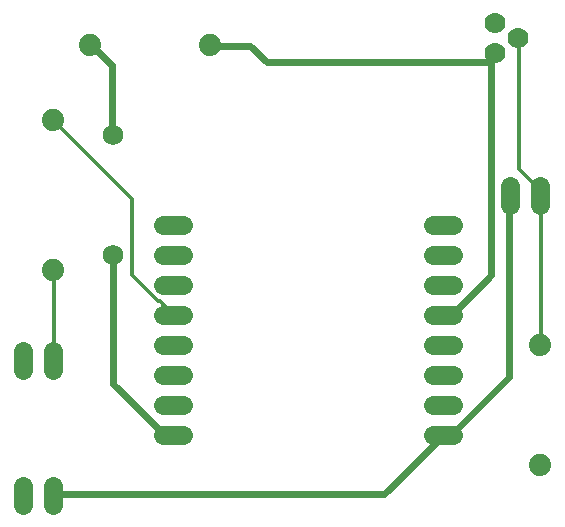
<source format=gtl>
G04 EAGLE Gerber X2 export*
%TF.Part,Single*%
%TF.FileFunction,Other,Top Copper Layer*%
%TF.FilePolarity,Positive*%
%TF.GenerationSoftware,Autodesk,EAGLE,9.1.3*%
%TF.CreationDate,2018-09-11T05:34:09Z*%
G75*
%MOMM*%
%FSLAX34Y34*%
%LPD*%
%AMOC8*
5,1,8,0,0,1.08239X$1,22.5*%
G01*
%ADD10C,1.609600*%
%ADD11C,1.879600*%
%ADD12C,1.625600*%
%ADD13C,1.778000*%
%ADD14C,1.727200*%
%ADD15C,0.609600*%
%ADD16C,0.304800*%


D10*
X25400Y157052D02*
X25400Y173148D01*
X50800Y173148D02*
X50800Y157052D01*
D11*
X50800Y241300D03*
X50800Y368300D03*
D12*
X144272Y101600D02*
X160528Y101600D01*
X160528Y127000D02*
X144272Y127000D01*
X144272Y152400D02*
X160528Y152400D01*
X160528Y177800D02*
X144272Y177800D01*
X144272Y203200D02*
X160528Y203200D01*
X160528Y228600D02*
X144272Y228600D01*
X144272Y254000D02*
X160528Y254000D01*
X160528Y279400D02*
X144272Y279400D01*
X372872Y101600D02*
X389128Y101600D01*
X389128Y127000D02*
X372872Y127000D01*
X372872Y152400D02*
X389128Y152400D01*
X389128Y177800D02*
X372872Y177800D01*
X372872Y203200D02*
X389128Y203200D01*
X389128Y228600D02*
X372872Y228600D01*
X372872Y254000D02*
X389128Y254000D01*
X389128Y279400D02*
X372872Y279400D01*
D10*
X25400Y58848D02*
X25400Y42752D01*
X50800Y42752D02*
X50800Y58848D01*
D13*
X425450Y450850D03*
X444500Y438150D03*
X425450Y425450D03*
D10*
X438150Y312848D02*
X438150Y296752D01*
X463550Y296752D02*
X463550Y312848D01*
D11*
X82550Y431800D03*
X184150Y431800D03*
X463550Y177800D03*
X463550Y76200D03*
D14*
X101600Y254000D03*
X101600Y355600D03*
D15*
X51689Y51689D02*
X331089Y51689D01*
X379984Y100584D01*
X51689Y51689D02*
X50800Y50800D01*
X379984Y100584D02*
X381000Y101600D01*
X437261Y150876D02*
X437261Y304546D01*
X437261Y150876D02*
X389763Y103378D01*
X382778Y103378D01*
X437261Y304546D02*
X438150Y304800D01*
X382778Y103378D02*
X381000Y101600D01*
D16*
X152273Y203962D02*
X141097Y215138D01*
X139700Y215138D01*
X117348Y237490D01*
X117348Y301752D01*
X51689Y367411D01*
X152273Y203962D02*
X152400Y203200D01*
X51689Y367411D02*
X50800Y368300D01*
X51689Y240284D02*
X51689Y166243D01*
X50800Y165100D01*
X51689Y240284D02*
X50800Y241300D01*
X463804Y178816D02*
X463804Y304546D01*
X463550Y304800D01*
X463804Y178816D02*
X463550Y177800D01*
X445643Y326898D02*
X445643Y437261D01*
X445643Y326898D02*
X462407Y310134D01*
X462407Y305943D01*
X445643Y437261D02*
X444500Y438150D01*
X462407Y305943D02*
X463550Y304800D01*
D15*
X388366Y203962D02*
X381381Y203962D01*
X388366Y203962D02*
X421894Y237490D01*
X421894Y417703D02*
X421894Y421894D01*
X421894Y417703D02*
X421894Y237490D01*
X421894Y421894D02*
X424688Y424688D01*
X381381Y203962D02*
X381000Y203200D01*
X424688Y424688D02*
X425450Y425450D01*
X217932Y431673D02*
X184404Y431673D01*
X217932Y431673D02*
X231902Y417703D01*
X419100Y417703D01*
X184404Y431673D02*
X184150Y431800D01*
X419100Y417703D02*
X421894Y417703D01*
X152273Y101981D02*
X145288Y101981D01*
X101981Y145288D01*
X101981Y252857D01*
X152273Y101981D02*
X152400Y101600D01*
X101981Y252857D02*
X101600Y254000D01*
X100584Y356235D02*
X100584Y414909D01*
X83820Y431673D01*
X100584Y356235D02*
X101600Y355600D01*
X83820Y431673D02*
X82550Y431800D01*
M02*

</source>
